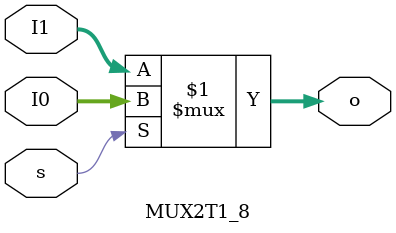
<source format=v>
`timescale 1ns / 1ps
module 	MUX2T1_8(input[7:0]I0,
						input[7:0]I1,
						input s,
						output[7:0]o
						 );

	assign o=s?I0:I1;

endmodule

</source>
